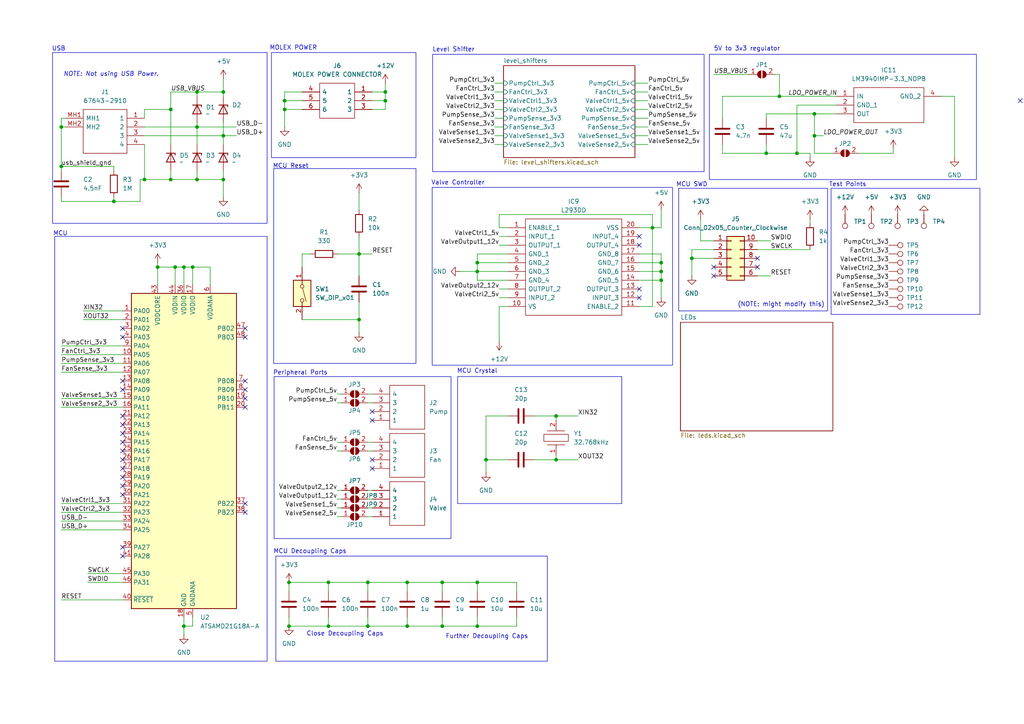
<source format=kicad_sch>
(kicad_sch (version 20231120) (generator "eeschema") (generator_version "8.0")
  (paper "A4")
  (junction (at 138.43 76.2))
  (junction (at 82.55 31.75))
  (junction (at 33.02 58.42))
  (junction (at 104.14 73.66))
  (junction (at 191.77 76.2))
  (junction (at 222.25 44.45))
  (junction (at 95.25 168.91))
  (junction (at 17.78 36.83))
  (junction (at 128.27 181.61))
  (junction (at 161.29 133.35))
  (junction (at 106.68 181.61))
  (junction (at 64.77 52.07))
  (junction (at 191.77 78.74))
  (junction (at 104.14 92.71))
  (junction (at 41.91 52.07))
  (junction (at 64.77 26.67))
  (junction (at 231.14 44.45))
  (junction (at 189.23 66.04))
  (junction (at 95.25 181.61))
  (junction (at 83.82 181.61))
  (junction (at 55.88 77.47))
  (junction (at 50.8 77.47))
  (junction (at 140.97 133.35))
  (junction (at 111.76 26.67))
  (junction (at 161.29 120.65))
  (junction (at 57.15 52.07))
  (junction (at 49.53 31.75))
  (junction (at 53.34 77.47))
  (junction (at 83.82 168.91))
  (junction (at 57.15 26.67))
  (junction (at 200.66 74.93))
  (junction (at 118.11 181.61))
  (junction (at 236.22 39.37))
  (junction (at 57.15 36.83))
  (junction (at 236.22 33.02))
  (junction (at 138.43 78.74))
  (junction (at 45.72 77.47))
  (junction (at 226.06 27.94))
  (junction (at 53.34 181.61))
  (junction (at 17.78 48.26))
  (junction (at 82.55 29.21))
  (junction (at 138.43 168.91))
  (junction (at 138.43 181.61))
  (junction (at 49.53 52.07))
  (junction (at 191.77 81.28))
  (junction (at 106.68 168.91))
  (junction (at 64.77 39.37))
  (junction (at 111.76 29.21))
  (junction (at 118.11 168.91))
  (junction (at 128.27 168.91))
  (no_connect (at 207.01 77.47))
  (no_connect (at 107.95 119.38))
  (no_connect (at 71.12 113.03))
  (no_connect (at 185.42 86.36))
  (no_connect (at 295.91 29.21))
  (no_connect (at 71.12 118.11))
  (no_connect (at 71.12 97.79))
  (no_connect (at 185.42 71.12))
  (no_connect (at 107.95 121.92))
  (no_connect (at 71.12 110.49))
  (no_connect (at 185.42 83.82))
  (no_connect (at 107.95 133.35))
  (no_connect (at 35.56 143.51))
  (no_connect (at 35.56 97.79))
  (no_connect (at 71.12 115.57))
  (no_connect (at 207.01 80.01))
  (no_connect (at 35.56 123.19))
  (no_connect (at 185.42 68.58))
  (no_connect (at 35.56 130.81))
  (no_connect (at 219.71 77.47))
  (no_connect (at 107.95 135.89))
  (no_connect (at 35.56 140.97))
  (no_connect (at 35.56 138.43))
  (no_connect (at 71.12 95.25))
  (no_connect (at 35.56 128.27))
  (no_connect (at 71.12 148.59))
  (no_connect (at 35.56 135.89))
  (no_connect (at 35.56 95.25))
  (no_connect (at 71.12 146.05))
  (no_connect (at 35.56 133.35))
  (no_connect (at 35.56 113.03))
  (no_connect (at 35.56 161.29))
  (no_connect (at 35.56 158.75))
  (no_connect (at 35.56 120.65))
  (no_connect (at 35.56 110.49))
  (no_connect (at 35.56 125.73))
  (no_connect (at 219.71 74.93))
  (wire (pts (xy 144.78 66.04) (xy 144.78 62.23)))
  (wire (pts (xy 64.77 35.56) (xy 64.77 39.37)))
  (wire (pts (xy 209.55 44.45) (xy 209.55 41.91)))
  (wire (pts (xy 17.78 153.67) (xy 35.56 153.67)))
  (wire (pts (xy 106.68 179.07) (xy 106.68 181.61)))
  (wire (pts (xy 154.94 133.35) (xy 161.29 133.35)))
  (wire (pts (xy 53.34 77.47) (xy 50.8 77.47)))
  (wire (pts (xy 248.92 44.45) (xy 259.08 44.45)))
  (wire (pts (xy 97.79 130.81) (xy 99.06 130.81)))
  (wire (pts (xy 231.14 44.45) (xy 234.95 44.45)))
  (wire (pts (xy 97.79 147.32) (xy 99.06 147.32)))
  (wire (pts (xy 236.22 39.37) (xy 236.22 33.02)))
  (wire (pts (xy 17.78 58.42) (xy 17.78 57.15)))
  (wire (pts (xy 41.91 52.07) (xy 40.64 52.07)))
  (wire (pts (xy 87.63 26.67) (xy 82.55 26.67)))
  (wire (pts (xy 49.53 52.07) (xy 57.15 52.07)))
  (wire (pts (xy 138.43 181.61) (xy 149.86 181.61)))
  (wire (pts (xy 138.43 168.91) (xy 138.43 171.45)))
  (wire (pts (xy 17.78 173.99) (xy 35.56 173.99)))
  (wire (pts (xy 106.68 114.3) (xy 107.95 114.3)))
  (wire (pts (xy 144.78 62.23) (xy 189.23 62.23)))
  (wire (pts (xy 24.13 92.71) (xy 35.56 92.71)))
  (wire (pts (xy 17.78 107.95) (xy 35.56 107.95)))
  (wire (pts (xy 57.15 36.83) (xy 57.15 41.91)))
  (wire (pts (xy 53.34 179.07) (xy 53.34 181.61)))
  (wire (pts (xy 57.15 27.94) (xy 57.15 26.67)))
  (wire (pts (xy 17.78 36.83) (xy 17.78 48.26)))
  (wire (pts (xy 64.77 52.07) (xy 57.15 52.07)))
  (wire (pts (xy 185.42 66.04) (xy 189.23 66.04)))
  (wire (pts (xy 95.25 179.07) (xy 95.25 181.61)))
  (wire (pts (xy 104.14 73.66) (xy 104.14 80.01)))
  (wire (pts (xy 49.53 26.67) (xy 49.53 31.75)))
  (wire (pts (xy 17.78 105.41) (xy 35.56 105.41)))
  (wire (pts (xy 184.15 39.37) (xy 187.96 39.37)))
  (wire (pts (xy 83.82 179.07) (xy 83.82 181.61)))
  (wire (pts (xy 41.91 36.83) (xy 57.15 36.83)))
  (wire (pts (xy 40.64 58.42) (xy 40.64 52.07)))
  (wire (pts (xy 17.78 151.13) (xy 35.56 151.13)))
  (wire (pts (xy 106.68 130.81) (xy 107.95 130.81)))
  (wire (pts (xy 184.15 41.91) (xy 187.96 41.91)))
  (wire (pts (xy 191.77 73.66) (xy 191.77 76.2)))
  (wire (pts (xy 87.63 29.21) (xy 82.55 29.21)))
  (wire (pts (xy 57.15 35.56) (xy 57.15 36.83)))
  (wire (pts (xy 184.15 34.29) (xy 187.96 34.29)))
  (wire (pts (xy 49.53 26.67) (xy 57.15 26.67)))
  (wire (pts (xy 17.78 115.57) (xy 35.56 115.57)))
  (wire (pts (xy 149.86 168.91) (xy 149.86 171.45)))
  (wire (pts (xy 143.51 34.29) (xy 146.05 34.29)))
  (wire (pts (xy 95.25 171.45) (xy 95.25 168.91)))
  (wire (pts (xy 33.02 48.26) (xy 33.02 49.53)))
  (wire (pts (xy 107.95 31.75) (xy 111.76 31.75)))
  (wire (pts (xy 107.95 26.67) (xy 111.76 26.67)))
  (wire (pts (xy 184.15 31.75) (xy 187.96 31.75)))
  (wire (pts (xy 33.02 58.42) (xy 17.78 58.42)))
  (wire (pts (xy 209.55 27.94) (xy 226.06 27.94)))
  (wire (pts (xy 189.23 88.9) (xy 189.23 66.04)))
  (wire (pts (xy 191.77 76.2) (xy 185.42 76.2)))
  (wire (pts (xy 64.77 52.07) (xy 64.77 57.15)))
  (wire (pts (xy 57.15 26.67) (xy 64.77 26.67)))
  (wire (pts (xy 219.71 69.85) (xy 223.52 69.85)))
  (wire (pts (xy 143.51 29.21) (xy 146.05 29.21)))
  (wire (pts (xy 104.14 73.66) (xy 107.95 73.66)))
  (wire (pts (xy 209.55 27.94) (xy 209.55 34.29)))
  (wire (pts (xy 83.82 168.91) (xy 83.82 171.45)))
  (wire (pts (xy 191.77 78.74) (xy 191.77 81.28)))
  (wire (pts (xy 82.55 31.75) (xy 82.55 36.83)))
  (wire (pts (xy 97.79 73.66) (xy 104.14 73.66)))
  (wire (pts (xy 97.79 144.78) (xy 99.06 144.78)))
  (wire (pts (xy 203.2 63.5) (xy 203.2 69.85)))
  (wire (pts (xy 236.22 39.37) (xy 236.22 44.45)))
  (wire (pts (xy 41.91 31.75) (xy 41.91 34.29)))
  (wire (pts (xy 64.77 27.94) (xy 64.77 26.67)))
  (wire (pts (xy 118.11 171.45) (xy 118.11 168.91)))
  (wire (pts (xy 111.76 31.75) (xy 111.76 29.21)))
  (wire (pts (xy 55.88 181.61) (xy 55.88 179.07)))
  (wire (pts (xy 226.06 21.59) (xy 226.06 27.94)))
  (wire (pts (xy 64.77 22.86) (xy 64.77 26.67)))
  (wire (pts (xy 87.63 77.47) (xy 87.63 73.66)))
  (wire (pts (xy 25.4 166.37) (xy 35.56 166.37)))
  (wire (pts (xy 226.06 27.94) (xy 242.57 27.94)))
  (wire (pts (xy 17.78 102.87) (xy 35.56 102.87)))
  (wire (pts (xy 143.51 41.91) (xy 146.05 41.91)))
  (wire (pts (xy 144.78 66.04) (xy 147.32 66.04)))
  (wire (pts (xy 106.68 144.78) (xy 107.95 144.78)))
  (wire (pts (xy 140.97 133.35) (xy 140.97 137.16)))
  (wire (pts (xy 82.55 29.21) (xy 82.55 31.75)))
  (wire (pts (xy 60.96 77.47) (xy 55.88 77.47)))
  (wire (pts (xy 144.78 88.9) (xy 147.32 88.9)))
  (wire (pts (xy 189.23 62.23) (xy 189.23 66.04)))
  (wire (pts (xy 33.02 57.15) (xy 33.02 58.42)))
  (wire (pts (xy 238.76 39.37) (xy 236.22 39.37)))
  (wire (pts (xy 138.43 78.74) (xy 147.32 78.74)))
  (wire (pts (xy 111.76 29.21) (xy 111.76 26.67)))
  (wire (pts (xy 104.14 87.63) (xy 104.14 92.71)))
  (wire (pts (xy 17.78 100.33) (xy 35.56 100.33)))
  (wire (pts (xy 33.02 58.42) (xy 40.64 58.42)))
  (wire (pts (xy 17.78 48.26) (xy 33.02 48.26)))
  (wire (pts (xy 219.71 72.39) (xy 234.95 72.39)))
  (wire (pts (xy 83.82 168.91) (xy 95.25 168.91)))
  (wire (pts (xy 95.25 168.91) (xy 106.68 168.91)))
  (wire (pts (xy 17.78 118.11) (xy 35.56 118.11)))
  (wire (pts (xy 95.25 181.61) (xy 106.68 181.61)))
  (wire (pts (xy 118.11 181.61) (xy 106.68 181.61)))
  (wire (pts (xy 276.86 27.94) (xy 273.05 27.94)))
  (wire (pts (xy 106.68 128.27) (xy 107.95 128.27)))
  (wire (pts (xy 144.78 71.12) (xy 147.32 71.12)))
  (wire (pts (xy 41.91 39.37) (xy 64.77 39.37)))
  (wire (pts (xy 106.68 116.84) (xy 107.95 116.84)))
  (wire (pts (xy 189.23 66.04) (xy 191.77 66.04)))
  (wire (pts (xy 144.78 86.36) (xy 147.32 86.36)))
  (wire (pts (xy 104.14 92.71) (xy 87.63 92.71)))
  (wire (pts (xy 236.22 44.45) (xy 241.3 44.45)))
  (wire (pts (xy 82.55 26.67) (xy 82.55 29.21)))
  (wire (pts (xy 161.29 121.92) (xy 161.29 120.65)))
  (wire (pts (xy 185.42 73.66) (xy 191.77 73.66)))
  (wire (pts (xy 209.55 44.45) (xy 222.25 44.45)))
  (wire (pts (xy 111.76 26.67) (xy 111.76 24.13)))
  (wire (pts (xy 207.01 21.59) (xy 217.17 21.59)))
  (wire (pts (xy 128.27 168.91) (xy 138.43 168.91)))
  (wire (pts (xy 118.11 168.91) (xy 128.27 168.91)))
  (wire (pts (xy 106.68 147.32) (xy 107.95 147.32)))
  (wire (pts (xy 104.14 68.58) (xy 104.14 73.66)))
  (wire (pts (xy 17.78 34.29) (xy 17.78 36.83)))
  (wire (pts (xy 128.27 181.61) (xy 138.43 181.61)))
  (wire (pts (xy 144.78 99.06) (xy 144.78 88.9)))
  (wire (pts (xy 147.32 73.66) (xy 138.43 73.66)))
  (wire (pts (xy 140.97 120.65) (xy 140.97 133.35)))
  (wire (pts (xy 184.15 24.13) (xy 187.96 24.13)))
  (wire (pts (xy 106.68 168.91) (xy 118.11 168.91)))
  (wire (pts (xy 149.86 179.07) (xy 149.86 181.61)))
  (wire (pts (xy 222.25 33.02) (xy 222.25 34.29)))
  (wire (pts (xy 128.27 171.45) (xy 128.27 168.91)))
  (wire (pts (xy 143.51 36.83) (xy 146.05 36.83)))
  (wire (pts (xy 55.88 82.55) (xy 55.88 77.47)))
  (wire (pts (xy 97.79 114.3) (xy 99.06 114.3)))
  (wire (pts (xy 104.14 92.71) (xy 104.14 96.52)))
  (wire (pts (xy 57.15 36.83) (xy 68.58 36.83)))
  (wire (pts (xy 184.15 29.21) (xy 187.96 29.21)))
  (wire (pts (xy 138.43 179.07) (xy 138.43 181.61)))
  (wire (pts (xy 118.11 179.07) (xy 118.11 181.61)))
  (wire (pts (xy 87.63 31.75) (xy 82.55 31.75)))
  (wire (pts (xy 231.14 30.48) (xy 242.57 30.48)))
  (wire (pts (xy 224.79 21.59) (xy 226.06 21.59)))
  (wire (pts (xy 128.27 179.07) (xy 128.27 181.61)))
  (wire (pts (xy 138.43 81.28) (xy 147.32 81.28)))
  (wire (pts (xy 57.15 52.07) (xy 57.15 49.53)))
  (wire (pts (xy 138.43 76.2) (xy 147.32 76.2)))
  (wire (pts (xy 203.2 69.85) (xy 207.01 69.85)))
  (wire (pts (xy 222.25 41.91) (xy 222.25 44.45)))
  (wire (pts (xy 138.43 73.66) (xy 138.43 76.2)))
  (wire (pts (xy 60.96 82.55) (xy 60.96 77.47)))
  (wire (pts (xy 144.78 83.82) (xy 147.32 83.82)))
  (wire (pts (xy 17.78 36.83) (xy 19.05 36.83)))
  (wire (pts (xy 118.11 181.61) (xy 128.27 181.61)))
  (wire (pts (xy 161.29 133.35) (xy 161.29 132.08)))
  (wire (pts (xy 185.42 88.9) (xy 189.23 88.9)))
  (wire (pts (xy 143.51 39.37) (xy 146.05 39.37)))
  (wire (pts (xy 87.63 73.66) (xy 90.17 73.66)))
  (wire (pts (xy 41.91 31.75) (xy 49.53 31.75)))
  (wire (pts (xy 49.53 49.53) (xy 49.53 52.07)))
  (wire (pts (xy 50.8 77.47) (xy 45.72 77.47)))
  (wire (pts (xy 17.78 146.05) (xy 35.56 146.05)))
  (wire (pts (xy 184.15 36.83) (xy 187.96 36.83)))
  (wire (pts (xy 138.43 168.91) (xy 149.86 168.91)))
  (wire (pts (xy 191.77 81.28) (xy 185.42 81.28)))
  (wire (pts (xy 104.14 55.88) (xy 104.14 60.96)))
  (wire (pts (xy 200.66 74.93) (xy 207.01 74.93)))
  (wire (pts (xy 64.77 49.53) (xy 64.77 52.07)))
  (wire (pts (xy 200.66 80.01) (xy 200.66 74.93)))
  (wire (pts (xy 106.68 149.86) (xy 107.95 149.86)))
  (wire (pts (xy 97.79 142.24) (xy 99.06 142.24)))
  (wire (pts (xy 234.95 45.72) (xy 234.95 44.45)))
  (wire (pts (xy 236.22 33.02) (xy 242.57 33.02)))
  (wire (pts (xy 143.51 26.67) (xy 146.05 26.67)))
  (wire (pts (xy 138.43 76.2) (xy 138.43 78.74)))
  (wire (pts (xy 106.68 171.45) (xy 106.68 168.91)))
  (wire (pts (xy 207.01 72.39) (xy 200.66 72.39)))
  (wire (pts (xy 184.15 26.67) (xy 187.96 26.67)))
  (wire (pts (xy 19.05 34.29) (xy 17.78 34.29)))
  (wire (pts (xy 25.4 168.91) (xy 35.56 168.91)))
  (wire (pts (xy 133.35 78.74) (xy 138.43 78.74)))
  (wire (pts (xy 161.29 133.35) (xy 167.64 133.35)))
  (wire (pts (xy 45.72 77.47) (xy 45.72 82.55)))
  (wire (pts (xy 259.08 44.45) (xy 259.08 43.18)))
  (wire (pts (xy 107.95 29.21) (xy 111.76 29.21)))
  (wire (pts (xy 64.77 39.37) (xy 68.58 39.37)))
  (wire (pts (xy 143.51 31.75) (xy 146.05 31.75)))
  (wire (pts (xy 17.78 148.59) (xy 35.56 148.59)))
  (wire (pts (xy 95.25 181.61) (xy 83.82 181.61)))
  (wire (pts (xy 24.13 90.17) (xy 35.56 90.17)))
  (wire (pts (xy 17.78 49.53) (xy 17.78 48.26)))
  (wire (pts (xy 219.71 80.01) (xy 223.52 80.01)))
  (wire (pts (xy 50.8 82.55) (xy 50.8 77.47)))
  (wire (pts (xy 144.78 68.58) (xy 147.32 68.58)))
  (wire (pts (xy 231.14 30.48) (xy 231.14 44.45)))
  (wire (pts (xy 49.53 31.75) (xy 49.53 41.91)))
  (wire (pts (xy 276.86 45.72) (xy 276.86 27.94)))
  (wire (pts (xy 161.29 120.65) (xy 167.64 120.65)))
  (wire (pts (xy 222.25 44.45) (xy 231.14 44.45)))
  (wire (pts (xy 49.53 52.07) (xy 41.91 52.07)))
  (wire (pts (xy 138.43 78.74) (xy 138.43 81.28)))
  (wire (pts (xy 97.79 116.84) (xy 99.06 116.84)))
  (wire (pts (xy 106.68 142.24) (xy 107.95 142.24)))
  (wire (pts (xy 97.79 149.86) (xy 99.06 149.86)))
  (wire (pts (xy 185.42 78.74) (xy 191.77 78.74)))
  (wire (pts (xy 55.88 77.47) (xy 53.34 77.47)))
  (wire (pts (xy 147.32 120.65) (xy 140.97 120.65)))
  (wire (pts (xy 41.91 41.91) (xy 41.91 52.07)))
  (wire (pts (xy 53.34 181.61) (xy 53.34 184.15)))
  (wire (pts (xy 97.79 128.27) (xy 99.06 128.27)))
  (wire (pts (xy 53.34 82.55) (xy 53.34 77.47)))
  (wire (pts (xy 234.95 63.5) (xy 234.95 64.77)))
  (wire (pts (xy 191.77 86.36) (xy 191.77 81.28)))
  (wire (pts (xy 45.72 76.2) (xy 45.72 77.47)))
  (wire (pts (xy 53.34 181.61) (xy 55.88 181.61)))
  (wire (pts (xy 154.94 120.65) (xy 161.29 120.65)))
  (wire (pts (xy 191.77 78.74) (xy 191.77 76.2)))
  (wire (pts (xy 200.66 72.39) (xy 200.66 74.93)))
  (wire (pts (xy 64.77 39.37) (xy 64.77 41.91)))
  (wire (pts (xy 147.32 133.35) (xy 140.97 133.35)))
  (wire (pts (xy 191.77 66.04) (xy 191.77 60.96)))
  (wire (pts (xy 222.25 33.02) (xy 236.22 33.02)))
  (wire (pts (xy 143.51 24.13) (xy 146.05 24.13)))
  (rectangle (start 80.01 161.29) (end 158.75 191.77))
  (rectangle (start 79.502 109.22) (end 130.81 156.21))
  (rectangle (start 125.476 15.748) (end 204.216 49.784))
  (rectangle (start 132.715 109.22) (end 180.34 146.05))
  (rectangle (start 78.74 15.24) (end 120.65 45.72))
  (rectangle (start 15.24 15.24) (end 77.47 64.77))
  (rectangle (start 241.046 54.61) (end 284.226 91.186))
  (rectangle (start 196.85 54.61) (end 240.03 90.17))
  (rectangle (start 15.875 68.58) (end 77.47 191.77))
  (rectangle (start 79.375 48.895) (end 120.65 105.41))
  (rectangle (start 125.349 54.356) (end 195.072 105.918))
  (rectangle (start 205.74 15.748) (end 283.21 52.07))
  (text "Valve Controller" (at 132.842 53.086 0) (effects (font (size 1.27 1.27))))
  (text "MCU Reset" (at 84.328 48.26 0) (effects (font (size 1.27 1.27))))
  (text "Close Decoupling Caps" (at 100.076 183.896 0) (effects (font (size 1.27 1.27))))
  (text "MOLEX POWER" (at 85.09 13.97 0) (effects (font (size 1.27 1.27))))
  (text "MCU Decoupling Caps" (at 89.916 160.02 0) (effects (font (size 1.27 1.27))))
  (text "Further Decoupling Caps" (at 141.224 184.658 0) (effects (font (size 1.27 1.27))))
  (text "MCU Crystal" (at 138.43 107.696 0) (effects (font (size 1.27 1.27))))
  (text "5V to 3v3 regulator" (at 216.662 14.224 0) (effects (font (size 1.27 1.27))))
  (text "(NOTE: might modify this)" (at 226.568 88.392 0) (effects (font (size 1.27 1.27))))
  (text "MCU SWD" (at 200.66 53.594 0) (effects (font (size 1.27 1.27))))
  (text "USB" (at 17.018 14.224 0) (effects (font (size 1.27 1.27))))
  (text "MCU" (at 17.526 67.818 0) (effects (font (size 1.27 1.27))))
  (text "Level Shifter" (at 131.572 14.478 0) (effects (font (size 1.27 1.27))))
  (text "Peripheral Ports" (at 87.122 108.204 0) (effects (font (size 1.27 1.27))))
  (text "Test Points" (at 245.872 53.594 0) (effects (font (size 1.27 1.27))))
  (text "NOTE: Not using USB Power." (at 32.258 21.59 0) (effects (font (size 1.27 1.27) (italic yes))))
  (label "SWDIO" (at 25.4 168.91 0))
  (label "ValveSense2_3v3" (at 17.78 118.11 0))
  (label "ValveSense1_5v" (at 187.96 39.37 0))
  (label "ValveSense1_3v3" (at 257.81 86.36 180))
  (label "USB_D+" (at 68.58 39.37 0))
  (label "PumpCtrl_3v3" (at 17.78 100.33 0))
  (label "FanSense_3v3" (at 257.81 83.82 180))
  (label "ValveSense2_3v3" (at 257.81 88.9 180))
  (label "SWCLK" (at 223.52 72.39 0))
  (label "ValveOutput1_12v" (at 97.79 144.78 180))
  (label "LDO_POWER_OUT" (at 238.76 39.37 0) (effects (font (italic yes))))
  (label "LDO_POWER_IN" (at 228.6 27.94 0) (effects (font (italic yes))))
  (label "RESET" (at 17.78 173.99 0))
  (label "FanCtrl_5v" (at 97.79 128.27 180))
  (label "RESET" (at 223.52 80.01 0))
  (label "PumpCtrl_3v3" (at 257.81 71.12 180))
  (label "ValveCtrl2_3v3" (at 257.81 78.74 180))
  (label "ValveSense2_5v" (at 187.96 41.91 0))
  (label "PumpCtrl_3v3" (at 143.51 24.13 180))
  (label "FanCtrl_3v3" (at 257.81 73.66 180))
  (label "SWDIO" (at 223.52 69.85 0))
  (label "usb_shield_gnd" (at 17.78 48.26 0))
  (label "PumpSense_5v" (at 187.96 34.29 0))
  (label "USB_D+" (at 17.78 153.67 0))
  (label "FanCtrl_3v3" (at 143.51 26.67 180))
  (label "PumpCtrl_5v" (at 97.79 114.3 180))
  (label "SWCLK" (at 25.4 166.37 0))
  (label "FanSense_5v" (at 97.79 130.81 180))
  (label "ValveCtrl1_5v" (at 187.96 29.21 0))
  (label "ValveSense1_3v3" (at 17.78 115.57 0))
  (label "ValveCtrl1_5v" (at 144.78 68.58 180))
  (label "ValveCtrl2_3v3" (at 143.51 31.75 180))
  (label "ValveCtrl1_3v3" (at 143.51 29.21 180))
  (label "USB_D-" (at 68.58 36.83 0))
  (label "ValveSense1_5v" (at 97.79 147.32 180))
  (label "USB_D-" (at 17.78 151.13 0))
  (label "ValveCtrl1_3v3" (at 257.81 76.2 180))
  (label "PumpCtrl_5v" (at 187.96 24.13 0))
  (label "ValveCtrl2_3v3" (at 17.78 148.59 0))
  (label "ValveCtrl1_3v3" (at 17.78 146.05 0))
  (label "XOUT32" (at 24.13 92.71 0))
  (label "XIN32" (at 167.64 120.65 0))
  (label "ValveSense2_5v" (at 97.79 149.86 180))
  (label "USB_VBUS" (at 207.01 21.59 0) (effects (font (italic yes))))
  (label "FanCtrl_3v3" (at 17.78 102.87 0))
  (label "ValveSense2_3v3" (at 143.51 41.91 180))
  (label "ValveCtrl2_5v" (at 144.78 86.36 180))
  (label "FanSense_3v3" (at 17.78 107.95 0))
  (label "XIN32" (at 24.13 90.17 0))
  (label "PumpSense_3v3" (at 17.78 105.41 0))
  (label "PumpSense_3v3" (at 257.81 81.28 180))
  (label "FanSense_5v" (at 187.96 36.83 0))
  (label "FanCtrl_5v" (at 187.96 26.67 0))
  (label "ValveSense1_3v3" (at 143.51 39.37 180))
  (label "XOUT32" (at 167.64 133.35 0))
  (label "ValveOutput2_12v" (at 144.78 83.82 180))
  (label "PumpSense_5v" (at 97.79 116.84 180))
  (label "FanSense_3v3" (at 143.51 36.83 180))
  (label "USB_VBUS" (at 49.53 26.67 0) (effects (font (italic yes))))
  (label "PumpSense_3v3" (at 143.51 34.29 180))
  (label "ValveOutput2_12v" (at 97.79 142.24 180))
  (label "RESET" (at 107.95 73.66 0))
  (label "ValveOutput1_12v" (at 144.78 71.12 180))
  (label "ValveCtrl2_5v" (at 187.96 31.75 0))
  (symbol (lib_id "custom_symbols:67643-2910") (at 19.05 34.29 0) (unit 1)
    (property "Reference" "J1" (at 30.48 26.67 0))
    (property "Value" "67643-2910" (at 30.48 29.21 0))
    (property "Footprint" "custom_footprints:676432910" (effects (hide yes)))
    (property "Datasheet" "https://www.molex.com/pdm_docs/sd/676430910_sd.pdf" (effects (hide yes)))
    (property "Description" "USB Connectors USB REC 4P RA SHLD TYPE A AUFL" (effects (hide yes)))
    (property "Height" "8.03" (effects (hide yes)))
    (property "Mouser Part Number" "538-67643-2910" (effects (hide yes)))
    (property "Mouser Price/Stock" "https://www.mouser.co.uk/ProductDetail/Molex/67643-2910?qs=x6EjVpvqMVOD2Qn1xYLiMA%3D%3D" (effects (hide yes)))
    (property "Manufacturer_Name" "Molex" (effects (hide yes)))
    (property "Manufacturer_Part_Number" "67643-2910" (effects (hide yes)))
  )
  (symbol (lib_id "Switch:SW_DIP_x01") (at 87.63 85.09 270) (unit 1)
    (property "Reference" "SW1" (at 91.44 83.8199 90) (effects (justify left)))
    (property "Value" "SW_DIP_x01" (at 91.44 86.3599 90) (effects (justify left)))
    (property "Footprint" "Button_Switch_SMD:SW_Push_1TS009xxxx-xxxx-xxxx_6x6x5mm" (effects (hide yes)))
    (property "Description" "1x DIP Switch, Single Pole Single Throw (SPST) switch, small symbol" (effects (hide yes)))
  )
  (symbol (lib_id "Device:C") (at 17.78 53.34 0) (unit 1)
    (property "Reference" "C2" (at 24.13 52.0699 0) (effects (justify left)))
    (property "Value" "4.5nF" (at 24.13 54.6099 0) (effects (justify left)))
    (property "Footprint" "Capacitor_SMD:C_0805_2012Metric" (effects (hide yes)))
    (property "Description" "Unpolarized capacitor" (effects (hide yes)))
  )
  (symbol (lib_id "Jumper:SolderJumper_2_Open") (at 102.87 147.32 0) (unit 1)
    (property "Reference" "JP9" (at 107.696 146.304 0))
    (property "Value" "SolderJumper_2_Open" (effects (hide yes)))
    (property "Footprint" "Jumper:SolderJumper-2_P1.3mm_Open_Pad1.0x1.5mm" (effects (hide yes)))
    (property "Description" "Solder Jumper, 2-pole, open" (effects (hide yes)))
  )
  (symbol (lib_id "Connector:TestPoint") (at 257.81 78.74 270) (unit 1)
    (property "Reference" "TP8" (at 262.89 78.7399 90) (effects (justify left)))
    (property "Value" "TestPoint" (effects (hide yes)))
    (property "Footprint" "TestPoint:TestPoint_Pad_D2.0mm" (effects (hide yes)))
    (property "Description" "test point" (effects (hide yes)))
  )
  (symbol (lib_id "Connector:TestPoint") (at 260.35 62.23 180) (unit 1)
    (property "Reference" "TP3" (at 262.89 64.2619 0) (effects (justify right)))
    (property "Value" "TestPoint" (effects (hide yes)))
    (property "Footprint" "TestPoint:TestPoint_Pad_D2.0mm" (effects (hide yes)))
    (property "Description" "test point" (effects (hide yes)))
  )
  (symbol (lib_id "Jumper:SolderJumper_2_Open") (at 220.98 21.59 0) (unit 1)
    (property "Reference" "JP1" (at 220.98 18.796 0))
    (property "Value" "SolderJumper_2_Open" (effects (hide yes)))
    (property "Footprint" "Jumper:SolderJumper-2_P1.3mm_Open_Pad1.0x1.5mm" (effects (hide yes)))
    (property "Description" "Solder Jumper, 2-pole, open" (effects (hide yes)))
  )
  (symbol (lib_id "power:+3V3") (at 104.14 55.88 0) (unit 1)
    (property "Reference" "#PWR07" (effects (hide yes)))
    (property "Value" "+3V3" (at 104.14 50.8 0))
    (property "Description" "Power symbol creates a global label with name \"+3V3\"" (effects (hide yes)))
  )
  (symbol (lib_id "Connector:TestPoint") (at 257.81 86.36 270) (unit 1)
    (property "Reference" "TP11" (at 262.89 86.3599 90) (effects (justify left)))
    (property "Value" "TestPoint" (effects (hide yes)))
    (property "Footprint" "TestPoint:TestPoint_Pad_D2.0mm" (effects (hide yes)))
    (property "Description" "test point" (effects (hide yes)))
  )
  (symbol (lib_id "power:+3V3") (at 259.08 43.18 0) (unit 1)
    (property "Reference" "#PWR037" (effects (hide yes)))
    (property "Value" "+3V3" (at 259.08 38.1 0))
    (property "Description" "Power symbol creates a global label with name \"+3V3\"" (effects (hide yes)))
  )
  (symbol (lib_id "power:+5V") (at 252.73 62.23 0) (unit 1)
    (property "Reference" "#PWR051" (effects (hide yes)))
    (property "Value" "+5V" (at 252.73 57.15 0))
    (property "Description" "Power symbol creates a global label with name \"+5V\"" (effects (hide yes)))
  )
  (symbol (lib_id "Connector:TestPoint") (at 257.81 73.66 270) (unit 1)
    (property "Reference" "TP6" (at 262.89 73.6599 90) (effects (justify left)))
    (property "Value" "TestPoint" (effects (hide yes)))
    (property "Footprint" "TestPoint:TestPoint_Pad_D2.0mm" (effects (hide yes)))
    (property "Description" "test point" (effects (hide yes)))
  )
  (symbol (lib_id "Device:C") (at 209.55 38.1 0) (unit 1)
    (property "Reference" "C3" (at 213.36 36.8299 0) (effects (justify left)))
    (property "Value" "4.7n" (at 213.36 39.3699 0) (effects (justify left)))
    (property "Footprint" "Capacitor_SMD:C_0805_2012Metric" (effects (hide yes)))
    (property "Description" "Unpolarized capacitor" (effects (hide yes)))
  )
  (symbol (lib_id "custom_symbols:47053-1000") (at 107.95 114.3 0) (unit 1)
    (property "Reference" "J2" (at 124.46 116.8399 0) (effects (justify left)))
    (property "Value" "Pump" (at 124.46 119.3799 0) (effects (justify left)))
    (property "Footprint" "custom_footprints:470531000" (effects (hide yes)))
    (property "Datasheet" "http://www.molex.com/pdm_docs/sd/470531000_sd.pdf" (effects (hide yes)))
    (property "Description" "MOLEX - 47053-1000 - HEADER, 4POS, 1ROW, 2.54MM" (effects (hide yes)))
    (property "Height" "8" (effects (hide yes)))
    (property "Mouser Part Number" "538-47053-1000" (effects (hide yes)))
    (property "Mouser Price/Stock" "https://www.mouser.co.uk/ProductDetail/Molex/47053-1000?qs=ph4zPCVRuvqoDX7hrEhxNA%3D%3D" (effects (hide yes)))
    (property "Manufacturer_Name" "Molex" (effects (hide yes)))
    (property "Manufacturer_Part_Number" "47053-1000" (effects (hide yes)))
  )
  (symbol (lib_id "power:+5V") (at 191.77 60.96 0) (unit 1)
    (property "Reference" "#PWR035" (effects (hide yes)))
    (property "Value" "+5V" (at 191.77 55.88 0))
    (property "Description" "Power symbol creates a global label with name \"+5V\"" (effects (hide yes)))
  )
  (symbol (lib_id "Jumper:SolderJumper_2_Open") (at 102.87 144.78 0) (unit 1)
    (property "Reference" "JP8" (at 107.696 143.764 0))
    (property "Value" "SolderJumper_2_Open" (effects (hide yes)))
    (property "Footprint" "Jumper:SolderJumper-2_P1.3mm_Open_Pad1.0x1.5mm" (effects (hide yes)))
    (property "Description" "Solder Jumper, 2-pole, open" (effects (hide yes)))
  )
  (symbol (lib_id "custom_symbols:LM3940IMP-3.3_NOPB") (at 242.57 27.94 0) (unit 1)
    (property "Reference" "IC11" (at 257.81 20.32 0))
    (property "Value" "LM3940IMP-3.3_NOPB" (at 257.81 22.86 0))
    (property "Footprint" "custom_footprints:SOT230P700X180-4N" (effects (hide yes)))
    (property "Datasheet" "http://www.ti.com/lit/ds/symlink/lm3940.pdf" (effects (hide yes)))
    (property "Description" "LM3940IMP-3.3/NOPB, Low Dropout Voltage Regulator, 1A, 3.3 V, 4.5  7.5 Vin, 4-Pin SOT-223" (effects (hide yes)))
    (property "Height" "1.8" (effects (hide yes)))
    (property "Mouser Part Number" "926-LM3940IMP3.3NOPB" (effects (hide yes)))
    (property "Mouser Price/Stock" "https://www.mouser.co.uk/ProductDetail/Texas-Instruments/LM3940IMP-3.3-NOPB?qs=QbsRYf82W3EIVCEt3IRFTQ%3D%3D" (effects (hide yes)))
    (property "Manufacturer_Name" "Texas Instruments" (effects (hide yes)))
    (property "Manufacturer_Part_Number" "LM3940IMP-3.3/NOPB" (effects (hide yes)))
  )
  (symbol (lib_id "Connector:TestPoint") (at 257.81 71.12 270) (unit 1)
    (property "Reference" "TP5" (at 262.89 71.1199 90) (effects (justify left)))
    (property "Value" "TestPoint" (effects (hide yes)))
    (property "Footprint" "TestPoint:TestPoint_Pad_D2.0mm" (effects (hide yes)))
    (property "Description" "test point" (effects (hide yes)))
  )
  (symbol (lib_id "power:GND") (at 64.77 57.15 0) (unit 1)
    (property "Reference" "#PWR02" (effects (hide yes)))
    (property "Value" "GND" (at 64.77 62.23 0))
    (property "Description" "Power symbol creates a global label with name \"GND\" , ground" (effects (hide yes)))
  )
  (symbol (lib_id "power:+3V3") (at 45.72 76.2 0) (unit 1)
    (property "Reference" "#PWR05" (effects (hide yes)))
    (property "Value" "+3V3" (at 45.72 71.12 0))
    (property "Description" "Power symbol creates a global label with name \"+3V3\"" (effects (hide yes)))
  )
  (symbol (lib_id "Jumper:SolderJumper_2_Open") (at 102.87 142.24 0) (unit 1)
    (property "Reference" "JP7" (at 102.87 139.446 0))
    (property "Value" "SolderJumper_2_Open" (effects (hide yes)))
    (property "Footprint" "Jumper:SolderJumper-2_P1.3mm_Open_Pad1.0x1.5mm" (effects (hide yes)))
    (property "Description" "Solder Jumper, 2-pole, open" (effects (hide yes)))
  )
  (symbol (lib_id "Device:C") (at 106.68 175.26 0) (unit 1)
    (property "Reference" "C7" (at 110.49 173.9899 0) (effects (justify left)))
    (property "Value" "100n" (at 110.49 176.5299 0) (effects (justify left)))
    (property "Footprint" "Capacitor_SMD:C_0805_2012Metric" (effects (hide yes)))
    (property "Description" "Unpolarized capacitor" (effects (hide yes)))
  )
  (symbol (lib_id "Connector_Generic:Conn_02x05_Counter_Clockwise") (at 212.09 74.93 0) (unit 1)
    (property "Reference" "J5" (at 213.36 63.5 0))
    (property "Value" "Conn_02x05_Counter_Clockwise" (at 213.36 66.04 0))
    (property "Footprint" "Connector_PinHeader_2.54mm:PinHeader_2x05_P2.54mm_Vertical_SMD" (effects (hide yes)))
    (property "Description" "Generic connector, double row, 02x05, counter clockwise pin numbering scheme (similar to DIP package numbering), script generated (kicad-library-utils/schlib/autogen/connector/)" (effects (hide yes)))
  )
  (symbol (lib_id "MCU_Microchip_SAMD:ATSAMD21G18A-A") (at 53.34 130.81 0) (unit 1)
    (property "Reference" "U2" (at 58.0741 179.07 0) (effects (justify left)))
    (property "Value" "ATSAMD21G18A-A" (at 58.0741 181.61 0) (effects (justify left)))
    (property "Footprint" "Package_QFP:TQFP-48_7x7mm_P0.5mm" (effects (hide yes)))
    (property "Datasheet" "http://ww1.microchip.com/downloads/en/DeviceDoc/SAM_D21_DA1_Family_Data%20Sheet_DS40001882E.pdf" (effects (hide yes)))
    (property "Description" "SAM D21 Microchip SMART ARM-based Flash MCU, 48Mhz, 256K Flash, 32K SRAM, TQFP-48" (effects (hide yes)))
  )
  (symbol (lib_id "power:GND") (at 53.34 184.15 0) (unit 1)
    (property "Reference" "#PWR03" (effects (hide yes)))
    (property "Value" "GND" (at 53.34 189.23 0))
    (property "Description" "Power symbol creates a global label with name \"GND\" , ground" (effects (hide yes)))
  )
  (symbol (lib_id "custom_symbols:47053-1000") (at 107.95 142.24 0) (unit 1)
    (property "Reference" "J4" (at 124.46 144.7799 0) (effects (justify left)))
    (property "Value" "Valve" (at 124.46 147.3199 0) (effects (justify left)))
    (property "Footprint" "custom_footprints:470531000" (effects (hide yes)))
    (property "Datasheet" "http://www.molex.com/pdm_docs/sd/470531000_sd.pdf" (effects (hide yes)))
    (property "Description" "MOLEX - 47053-1000 - HEADER, 4POS, 1ROW, 2.54MM" (effects (hide yes)))
    (property "Height" "8" (effects (hide yes)))
    (property "Mouser Part Number" "538-47053-1000" (effects (hide yes)))
    (property "Mouser Price/Stock" "https://www.mouser.co.uk/ProductDetail/Molex/47053-1000?qs=ph4zPCVRuvqoDX7hrEhxNA%3D%3D" (effects (hide yes)))
    (property "Manufacturer_Name" "Molex" (effects (hide yes)))
    (property "Manufacturer_Part_Number" "47053-1000" (effects (hide yes)))
  )
  (symbol (lib_id "Connector:TestPoint") (at 257.81 88.9 270) (unit 1)
    (property "Reference" "TP12" (at 262.89 88.8999 90) (effects (justify left)))
    (property "Value" "TestPoint" (effects (hide yes)))
    (property "Footprint" "TestPoint:TestPoint_Pad_D2.0mm" (effects (hide yes)))
    (property "Description" "test point" (effects (hide yes)))
  )
  (symbol (lib_id "custom_symbols:FC-135_32.7680KA-A5") (at 161.29 132.08 90) (unit 1)
    (property "Reference" "Y1" (at 166.37 125.7299 90) (effects (justify right)))
    (property "Value" "32.768kHz" (at 166.37 128.2699 90) (effects (justify right)))
    (property "Footprint" "custom_footprints:FC135327680KAA5" (effects (hide yes)))
    (property "Datasheet" "https://support.epson.biz/td/api/doc_check.php?dl=brief_FC-135&lang=en" (effects (hide yes)))
    (property "Description" "Crystal 0.032768MHz +/-20ppm (Tol) 12.5pF FUND 70000Ohm 2-Pin CSMD T/R" (effects (hide yes)))
    (property "Height" "0.9" (effects (hide yes)))
    (property "Mouser Part Number" "732-532.7680KA-A5" (effects (hide yes)))
    (property "Mouser Price/Stock" "https://www.mouser.co.uk/ProductDetail/Epson-Timing/FC-135-32.7680KA-A5?qs=f9yNj16SXrJ7J65t%252BHv0JQ%3D%3D" (effects (hide yes)))
    (property "Manufacturer_Name" "Epson Timing" (effects (hide yes)))
    (property "Manufacturer_Part_Number" "FC-135 32.7680KA-A5" (effects (hide yes)))
  )
  (symbol (lib_id "Device:R") (at 93.98 73.66 90) (unit 1)
    (property "Reference" "R1" (at 93.98 67.31 90))
    (property "Value" "330" (at 93.98 69.85 90))
    (property "Footprint" "Resistor_SMD:R_0805_2012Metric" (effects (hide yes)))
    (property "Description" "Resistor" (effects (hide yes)))
  )
  (symbol (lib_id "Device:C") (at 95.25 175.26 0) (unit 1)
    (property "Reference" "C6" (at 99.06 173.9899 0) (effects (justify left)))
    (property "Value" "100n" (at 99.06 176.5299 0) (effects (justify left)))
    (property "Footprint" "Capacitor_SMD:C_0805_2012Metric" (effects (hide yes)))
    (property "Description" "Unpolarized capacitor" (effects (hide yes)))
  )
  (symbol (lib_id "power:GND") (at 83.82 181.61 0) (unit 1)
    (property "Reference" "#PWR039" (effects (hide yes)))
    (property "Value" "GND" (at 83.82 186.69 0))
    (property "Description" "Power symbol creates a global label with name \"GND\" , ground" (effects (hide yes)))
  )
  (symbol (lib_id "Connector:TestPoint") (at 257.81 83.82 270) (unit 1)
    (property "Reference" "TP10" (at 262.89 83.8199 90) (effects (justify left)))
    (property "Value" "TestPoint" (effects (hide yes)))
    (property "Footprint" "TestPoint:TestPoint_Pad_D2.0mm" (effects (hide yes)))
    (property "Description" "test point" (effects (hide yes)))
  )
  (symbol (lib_id "Connector:TestPoint") (at 252.73 62.23 180) (unit 1)
    (property "Reference" "TP2" (at 255.27 64.2619 0) (effects (justify right)))
    (property "Value" "TestPoint" (effects (hide yes)))
    (property "Footprint" "TestPoint:TestPoint_Pad_D2.0mm" (effects (hide yes)))
    (property "Description" "test point" (effects (hide yes)))
  )
  (symbol (lib_id "power:+12V") (at 245.11 62.23 0) (unit 1)
    (property "Reference" "#PWR054" (effects (hide yes)))
    (property "Value" "+12V" (at 245.11 57.15 0))
    (property "Description" "Power symbol creates a global label with name \"+12V\"" (effects (hide yes)))
  )
  (symbol (lib_id "power:GND") (at 200.66 80.01 0) (unit 1)
    (property "Reference" "#PWR043" (effects (hide yes)))
    (property "Value" "GND" (at 200.66 85.09 0))
    (property "Description" "Power symbol creates a global label with name \"GND\" , ground" (effects (hide yes)))
  )
  (symbol (lib_id "Device:D_Zener") (at 49.53 45.72 270) (unit 1)
    (property "Reference" "D5" (at 52.07 45.0849 90) (effects (justify left)))
    (property "Value" "~" (at 52.07 46.99 90) (effects (justify left)))
    (property "Footprint" "Diode_SMD:D_0805_2012Metric" (effects (hide yes)))
    (property "Description" "Zener diode" (effects (hide yes)))
  )
  (symbol (lib_id "Jumper:SolderJumper_2_Open") (at 102.87 128.27 0) (unit 1)
    (property "Reference" "JP5" (at 102.87 125.476 0))
    (property "Value" "SolderJumper_2_Open" (effects (hide yes)))
    (property "Footprint" "Jumper:SolderJumper-2_P1.3mm_Open_Pad1.0x1.5mm" (effects (hide yes)))
    (property "Description" "Solder Jumper, 2-pole, open" (effects (hide yes)))
  )
  (symbol (lib_id "Connector:TestPoint") (at 245.11 62.23 180) (unit 1)
    (property "Reference" "TP1" (at 247.65 64.2619 0) (effects (justify right)))
    (property "Value" "TestPoint" (effects (hide yes)))
    (property "Footprint" "TestPoint:TestPoint_Pad_D2.0mm" (effects (hide yes)))
    (property "Description" "test point" (effects (hide yes)))
  )
  (symbol (lib_id "Device:D_Zener") (at 57.15 45.72 270) (unit 1)
    (property "Reference" "D3" (at 59.69 45.0849 90) (effects (justify left)))
    (property "Value" "~" (at 59.69 46.99 90) (effects (justify left)))
    (property "Footprint" "Diode_SMD:D_0805_2012Metric" (effects (hide yes)))
    (property "Description" "Zener diode" (effects (hide yes)))
  )
  (symbol (lib_id "power:+5V") (at 64.77 22.86 0) (unit 1)
    (property "Reference" "#PWR01" (effects (hide yes)))
    (property "Value" "+5V" (at 64.77 17.78 0))
    (property "Description" "Power symbol creates a global label with name \"+5V\"" (effects (hide yes)))
  )
  (symbol (lib_id "power:+12V") (at 144.78 99.06 180) (unit 1)
    (property "Reference" "#PWR036" (effects (hide yes)))
    (property "Value" "+12V" (at 144.78 104.14 0))
    (property "Description" "Power symbol creates a global label with name \"+12V\"" (effects (hide yes)))
  )
  (symbol (lib_id "power:GND") (at 140.97 137.16 0) (unit 1)
    (property "Reference" "#PWR040" (effects (hide yes)))
    (property "Value" "GND" (at 140.97 142.24 0))
    (property "Description" "Power symbol creates a global label with name \"GND\" , ground" (effects (hide yes)))
  )
  (symbol (lib_id "power:GND") (at 267.97 62.23 180) (unit 1)
    (property "Reference" "#PWR053" (effects (hide yes)))
    (property "Value" "GND" (at 267.97 57.15 0))
    (property "Description" "Power symbol creates a global label with name \"GND\" , ground" (effects (hide yes)))
  )
  (symbol (lib_id "power:GND") (at 82.55 36.83 0) (unit 1)
    (property "Reference" "#PWR032" (effects (hide yes)))
    (property "Value" "GND" (at 82.55 41.91 0))
    (property "Description" "Power symbol creates a global label with name \"GND\" , ground" (effects (hide yes)))
  )
  (symbol (lib_id "Device:C") (at 138.43 175.26 0) (unit 1)
    (property "Reference" "C10" (at 142.24 173.9899 0) (effects (justify left)))
    (property "Value" "10u" (at 142.24 176.5299 0) (effects (justify left)))
    (property "Footprint" "Capacitor_SMD:C_0805_2012Metric" (effects (hide yes)))
    (property "Description" "Unpolarized capacitor" (effects (hide yes)))
  )
  (symbol (lib_id "Device:C") (at 151.13 120.65 90) (unit 1)
    (property "Reference" "C13" (at 151.13 113.03 90))
    (property "Value" "20p" (at 151.13 115.57 90))
    (property "Footprint" "Capacitor_SMD:C_0805_2012Metric" (effects (hide yes)))
    (property "Description" "Unpolarized capacitor" (effects (hide yes)))
  )
  (symbol (lib_id "power:GND") (at 104.14 96.52 0) (unit 1)
    (property "Reference" "#PWR06" (effects (hide yes)))
    (property "Value" "GND" (at 104.14 101.6 0))
    (property "Description" "Power symbol creates a global label with name \"GND\" , ground" (effects (hide yes)))
  )
  (symbol (lib_id "Device:D_Zener") (at 64.77 45.72 270) (unit 1)
    (property "Reference" "D4" (at 67.31 45.0849 90) (effects (justify left)))
    (property "Value" "~" (at 67.31 46.99 90) (effects (justify left)))
    (property "Footprint" "Diode_SMD:D_0805_2012Metric" (effects (hide yes)))
    (property "Description" "Zener diode" (effects (hide yes)))
  )
  (symbol (lib_id "Device:C") (at 104.14 83.82 0) (unit 1)
    (property "Reference" "C1" (at 107.95 82.5499 0) (effects (justify left)))
    (property "Value" "100n" (at 107.95 85.0899 0) (effects (justify left)))
    (property "Footprint" "Capacitor_SMD:C_0805_2012Metric" (effects (hide yes)))
    (property "Description" "Unpolarized capacitor" (effects (hide yes)))
  )
  (symbol (lib_id "Device:R") (at 234.95 68.58 180) (unit 1)
    (property "Reference" "R4" (at 237.49 67.3099 0) (effects (justify right)))
    (property "Value" "1k" (at 237.49 69.8499 0) (effects (justify right)))
    (property "Footprint" "Resistor_SMD:R_0805_2012Metric" (effects (hide yes)))
    (property "Description" "Resistor" (effects (hide yes)))
  )
  (symbol (lib_id "Device:C") (at 83.82 175.26 0) (unit 1)
    (property "Reference" "C4" (at 87.63 173.9899 0) (effects (justify left)))
    (property "Value" "100n" (at 87.63 176.5299 0) (effects (justify left)))
    (property "Footprint" "Capacitor_SMD:C_0805_2012Metric" (effects (hide yes)))
    (property "Description" "Unpolarized capacitor" (effects (hide yes)))
  )
  (symbol (lib_id "Device:C") (at 149.86 175.26 0) (unit 1)
    (property "Reference" "C11" (at 153.67 173.9899 0) (effects (justify left)))
    (property "Value" "10u" (at 153.67 176.5299 0) (effects (justify left)))
    (property "Footprint" "Capacitor_SMD:C_0805_2012Metric" (effects (hide yes)))
    (property "Description" "Unpolarized capacitor" (effects (hide yes)))
  )
  (symbol (lib_id "Jumper:SolderJumper_2_Open") (at 245.11 44.45 0) (unit 1)
    (property "Reference" "JP2" (at 245.11 41.656 0))
    (property "Value" "SolderJumper_2_Open" (effects (hide yes)))
    (property "Footprint" "Jumper:SolderJumper-2_P1.3mm_Open_Pad1.0x1.5mm" (effects (hide yes)))
    (property "Description" "Solder Jumper, 2-pole, open" (effects (hide yes)))
  )
  (symbol (lib_id "Device:C") (at 128.27 175.26 0) (unit 1)
    (property "Reference" "C9" (at 132.08 173.9899 0) (effects (justify left)))
    (property "Value" "1u" (at 132.08 176.5299 0) (effects (justify left)))
    (property "Footprint" "Capacitor_SMD:C_0805_2012Metric" (effects (hide yes)))
    (property "Description" "Unpolarized capacitor" (effects (hide yes)))
  )
  (symbol (lib_id "Jumper:SolderJumper_2_Open") (at 102.87 114.3 0) (unit 1)
    (property "Reference" "JP3" (at 102.87 111.506 0))
    (property "Value" "SolderJumper_2_Open" (effects (hide yes)))
    (property "Footprint" "Jumper:SolderJumper-2_P1.3mm_Open_Pad1.0x1.5mm" (effects (hide yes)))
    (property "Description" "Solder Jumper, 2-pole, open" (effects (hide yes)))
  )
  (symbol (lib_id "power:+3V3") (at 83.82 168.91 0) (unit 1)
    (property "Reference" "#PWR038" (effects (hide yes)))
    (property "Value" "+3V3" (at 83.82 163.83 0))
    (property "Description" "Power symbol creates a global label with name \"+3V3\"" (effects (hide yes)))
  )
  (symbol (lib_id "custom_symbols:45558-0003") (at 87.63 26.67 0) (unit 1)
    (property "Reference" "J6" (at 97.79 19.05 0))
    (property "Value" "MOLEX POWER CONNECTOR" (at 97.79 21.59 0))
    (property "Footprint" "custom_footprints:455580003" (effects (hide yes)))
    (property "Datasheet" "https://www.molex.com/pdm_docs/sd/455580003_sd.pdf" (effects (hide yes)))
    (property "Description" "MOLEX - 45558-0003 - CONNECTOR, HEADER, 6POS, 2ROW, 4.2MM" (effects (hide yes)))
    (property "Height" "10" (effects (hide yes)))
    (property "Mouser Part Number" "538-45558-0003" (effects (hide yes)))
    (property "Mouser Price/Stock" "https://www.mouser.co.uk/ProductDetail/Molex/45558-0003?qs=c7kbnNtxOmgPtIF7q2whYA%3D%3D" (effects (hide yes)))
    (property "Manufacturer_Name" "Molex" (effects (hide yes)))
    (property "Manufacturer_Part_Number" "45558-0003" (effects (hide yes)))
  )
  (symbol (lib_id "custom_symbols:L293DD") (at 147.32 66.04 0) (unit 1)
    (property "Reference" "IC9" (at 166.37 58.42 0))
    (property "Value" "L293DD" (at 166.37 60.96 0))
    (property "Footprint" "custom_footprints:SOIC127P1032X265-20N" (effects (hide yes)))
    (property "Datasheet" "https://www.st.com/resource/en/datasheet/l293d.pdf" (effects (hide yes)))
    (property "Description" "L293DD, Motor Driver, 4.5  36 V, 20-Pin SOIC" (effects (hide yes)))
    (property "Height" "2.65" (effects (hide yes)))
    (property "Mouser Part Number" "511-L293DD" (effects (hide yes)))
    (property "Mouser Price/Stock" "https://www.mouser.co.uk/ProductDetail/STMicroelectronics/L293DD?qs=m4gxtLzGBzoksItTiSkcgg%3D%3D" (effects (hide yes)))
    (property "Manufacturer_Name" "STMicroelectronics" (effects (hide yes)))
    (property "Manufacturer_Part_Number" "L293DD" (effects (hide yes)))
  )
  (symbol (lib_id "power:GND") (at 191.77 86.36 0) (unit 1)
    (property "Reference" "#PWR034" (effects (hide yes)))
    (property "Value" "GND" (at 191.77 91.44 0))
    (property "Description" "Power symbol creates a global label with name \"GND\" , ground" (effects (hide yes)))
  )
  (symbol (lib_id "Connector:TestPoint") (at 267.97 62.23 180) (unit 1)
    (property "Reference" "TP4" (at 270.51 64.2619 0) (effects (justify right)))
    (property "Value" "TestPoint" (effects (hide yes)))
    (property "Footprint" "TestPoint:TestPoint_Pad_D2.0mm" (effects (hide yes)))
    (property "Description" "test point" (effects (hide yes)))
  )
  (symbol (lib_id "Device:D_Zener") (at 64.77 31.75 270) (unit 1)
    (property "Reference" "D2" (at 67.31 30.4799 90) (effects (justify left)))
    (property "Value" "D_Zener" (effects (hide yes)))
    (property "Footprint" "Diode_SMD:D_0805_2012Metric" (effects (hide yes)))
    (property "Description" "Zener diode" (effects (hide yes)))
  )
  (symbol (lib_id "power:+3V3") (at 203.2 63.5 0) (unit 1)
    (property "Reference" "#PWR042" (effects (hide yes)))
    (property "Value" "+3V3" (at 203.2 58.42 0))
    (property "Description" "Power symbol creates a global label with name \"+3V3\"" (effects (hide yes)))
  )
  (symbol (lib_id "Device:R") (at 104.14 64.77 180) (unit 1)
    (property "Reference" "R2" (at 106.68 63.4999 0) (effects (justify right)))
    (property "Value" "10k" (at 106.68 66.0399 0) (effects (justify right)))
    (property "Footprint" "Resistor_SMD:R_0805_2012Metric" (effects (hide yes)))
    (property "Description" "Resistor" (effects (hide yes)))
  )
  (symbol (lib_id "Connector:TestPoint") (at 257.81 81.28 270) (unit 1)
    (property "Reference" "TP9" (at 262.89 81.2799 90) (effects (justify left)))
    (property "Value" "TestPoint" (effects (hide yes)))
    (property "Footprint" "TestPoint:TestPoint_Pad_D2.0mm" (effects (hide yes)))
    (property "Description" "test point" (effects (hide yes)))
  )
  (symbol (lib_id "power:GND") (at 276.86 45.72 0) (unit 1)
    (property "Reference" "#PWR045" (effects (hide yes)))
    (property "Value" "GND" (at 276.86 50.8 0))
    (property "Description" "Power symbol creates a global label with name \"GND\" , ground" (effects (hide yes)))
  )
  (symbol (lib_id "Device:C") (at 118.11 175.26 0) (unit 1)
    (property "Reference" "C8" (at 121.92 173.9899 0) (effects (justify left)))
    (property "Value" "1u" (at 121.92 176.5299 0) (effects (justify left)))
    (property "Footprint" "Capacitor_SMD:C_0805_2012Metric" (effects (hide yes)))
    (property "Description" "Unpolarized capacitor" (effects (hide yes)))
  )
  (symbol (lib_id "Jumper:SolderJumper_2_Open") (at 102.87 149.86 0) (unit 1)
    (property "Reference" "JP10" (at 102.87 152.146 0))
    (property "Value" "SolderJumper_2_Open" (effects (hide yes)))
    (property "Footprint" "Jumper:SolderJumper-2_P1.3mm_Open_Pad1.0x1.5mm" (effects (hide yes)))
    (property "Description" "Solder Jumper, 2-pole, open" (effects (hide yes)))
  )
  (symbol (lib_id "power:GND") (at 234.95 45.72 0) (unit 1)
    (property "Reference" "#PWR047" (effects (hide yes)))
    (property "Value" "GND" (at 234.95 50.8 0))
    (property "Description" "Power symbol creates a global label with name \"GND\" , ground" (effects (hide yes)))
  )
  (symbol (lib_id "Jumper:SolderJumper_2_Open") (at 102.87 116.84 0) (unit 1)
    (property "Reference" "JP4" (at 102.87 119.126 0))
    (property "Value" "SolderJumper_2_Open" (effects (hide yes)))
    (property "Footprint" "Jumper:SolderJumper-2_P1.3mm_Open_Pad1.0x1.5mm" (effects (hide yes)))
    (property "Description" "Solder Jumper, 2-pole, open" (effects (hide yes)))
  )
  (symbol (lib_id "power:+12V") (at 111.76 24.13 0) (unit 1)
    (property "Reference" "#PWR031" (effects (hide yes)))
    (property "Value" "+12V" (at 111.76 19.05 0))
    (property "Description" "Power symbol creates a global label with name \"+12V\"" (effects (hide yes)))
  )
  (symbol (lib_id "Device:R") (at 33.02 53.34 0) (unit 1)
    (property "Reference" "R3" (at 35.56 52.0699 0) (effects (justify left)))
    (property "Value" "1M" (at 35.56 54.6099 0) (effects (justify left)))
    (property "Footprint" "Resistor_SMD:R_0805_2012Metric" (effects (hide yes)))
    (property "Description" "Resistor" (effects (hide yes)))
  )
  (symbol (lib_id "power:+3V3") (at 260.35 62.23 0) (unit 1)
    (property "Reference" "#PWR052" (effects (hide yes)))
    (property "Value" "+3V3" (at 260.35 57.15 0))
    (property "Description" "Power symbol creates a global label with name \"+3V3\"" (effects (hide yes)))
  )
  (symbol (lib_id "Device:D_Zener") (at 57.15 31.75 270) (unit 1)
    (property "Reference" "D1" (at 59.69 31.1149 90) (effects (justify left)))
    (property "Value" "~" (at 59.69 33.02 90) (effects (justify left)))
    (property "Footprint" "Diode_SMD:D_0805_2012Metric" (effects (hide yes)))
    (property "Description" "Zener diode" (effects (hide yes)))
  )
  (symbol (lib_id "Device:C") (at 222.25 38.1 0) (unit 1)
    (property "Reference" "C5" (at 226.06 36.8299 0) (effects (justify left)))
    (property "Value" "47u" (at 226.06 39.3699 0) (effects (justify left)))
    (property "Footprint" "Capacitor_SMD:C_0805_2012Metric" (effects (hide yes)))
    (property "Description" "Unpolarized capacitor" (effects (hide yes)))
  )
  (symbol (lib_id "Connector:TestPoint") (at 257.81 76.2 270) (unit 1)
    (property "Reference" "TP7" (at 262.89 76.1999 90) (effects (justify left)))
    (property "Value" "TestPoint" (effects (hide yes)))
    (property "Footprint" "TestPoint:TestPoint_Pad_D2.0mm" (effects (hide yes)))
    (property "Description" "test point" (effects (hide yes)))
  )
  (symbol (lib_id "power:GND") (at 133.35 78.74 270) (unit 1)
    (property "Reference" "#PWR033" (effects (hide yes)))
    (property "Value" "GND" (at 129.54 78.7399 90) (effects (justify right)))
    (property "Description" "Power symbol creates a global label with name \"GND\" , ground" (effects (hide yes)))
  )
  (symbol (lib_id "power:+3V3") (at 234.95 63.5 0) (unit 1)
    (property "Reference" "#PWR041" (effects (hide yes)))
    (property "Value" "+3V3" (at 234.95 58.42 0))
    (property "Description" "Power symbol creates a global label with name \"+3V3\"" (effects (hide yes)))
  )
  (symbol (lib_id "custom_symbols:47053-1000") (at 107.95 128.27 0) (unit 1)
    (property "Reference" "J3" (at 124.46 130.8099 0) (effects (justify left)))
    (property "Value" "Fan" (at 124.46 133.3499 0) (effects (justify left)))
    (property "Footprint" "custom_footprints:470531000" (effects (hide yes)))
    (property "Datasheet" "http://www.molex.com/pdm_docs/sd/470531000_sd.pdf" (effects (hide yes)))
    (property "Description" "MOLEX - 47053-1000 - HEADER, 4POS, 1ROW, 2.54MM" (effects (hide yes)))
    (property "Height" "8" (effects (hide yes)))
    (property "Mouser Part Number" "538-47053-1000" (effects (hide yes)))
    (property "Mouser Price/Stock" "https://www.mouser.co.uk/ProductDetail/Molex/47053-1000?qs=ph4zPCVRuvqoDX7hrEhxNA%3D%3D" (effects (hide yes)))
    (property "Manufacturer_Name" "Molex" (effects (hide yes)))
    (property "Manufacturer_Part_Number" "47053-1000" (effects (hide yes)))
  )
  (symbol (lib_id "Jumper:SolderJumper_2_Open") (at 102.87 130.81 0) (unit 1)
    (property "Reference" "JP6" (at 102.87 133.096 0))
    (property "Value" "SolderJumper_2_Open" (effects (hide yes)))
    (property "Footprint" "Jumper:SolderJumper-2_P1.3mm_Open_Pad1.0x1.5mm" (effects (hide yes)))
    (property "Description" "Solder Jumper, 2-pole, open" (effects (hide yes)))
  )
  (symbol (lib_id "Device:C") (at 151.13 133.35 90) (unit 1)
    (property "Reference" "C12" (at 151.13 125.73 90))
    (property "Value" "20p" (at 151.13 128.27 90))
    (property "Footprint" "Capacitor_SMD:C_0805_2012Metric" (effects (hide yes)))
    (property "Description" "Unpolarized capacitor" (effects (hide yes)))
  )
  (sheet (at 146.05 19.05) (size 38.1 26.67) (stroke (width 0.1524))
    (property "Sheetname" "level_shifters" (at 146.05 18.3384 0) (effects (justify left bottom)))
    (property "Sheetfile" "level_shifters.kicad_sch" (at 146.05 46.3046 0) (effects (justify left top)))
    (pin "PumpCtrl_3v3" input (at 146.05 24.13 180))
    (pin "FanCtrl_3v3" input (at 146.05 26.67 180))
    (pin "ValveCtrl2_3v3" input (at 146.05 31.75 180))
    (pin "ValveCtrl1_3v3" input (at 146.05 29.21 180))
    (pin "PumpSense_3v3" input (at 146.05 34.29 180))
    (pin "ValveSense2_3v3" input (at 146.05 41.91 180))
    (pin "FanSense_3v3" input (at 146.05 36.83 180))
    (pin "ValveSense1_3v3" input (at 146.05 39.37 180))
    (pin "FanCtrl_5v" input (at 184.15 26.67 0))
    (pin "FanSense_5v" input (at 184.15 36.83 0))
    (pin "ValveSense2_5v" input (at 184.15 41.91 0))
    (pin "PumpSense_5v" input (at 184.15 34.29 0))
    (pin "ValveSense1_5v" input (at 184.15 39.37 0))
    (pin "PumpCtrl_5v" input (at 184.15 24.13 0))
    (pin "ValveCtrl2_5v" input (at 184.15 31.75 0))
    (pin "ValveCtrl1_5v" input (at 184.15 29.21 0))
  )
  (sheet (at 197.358 93.472) (size 44.196 31.496) (stroke (width 0.1524))
    (property "Sheetname" "LEDs" (at 197.358 92.7604 0) (effects (justify left bottom)))
    (property "Sheetfile" "leds.kicad_sch" (at 197.358 125.5526 0) (effects (justify left top)))
  )
)
</source>
